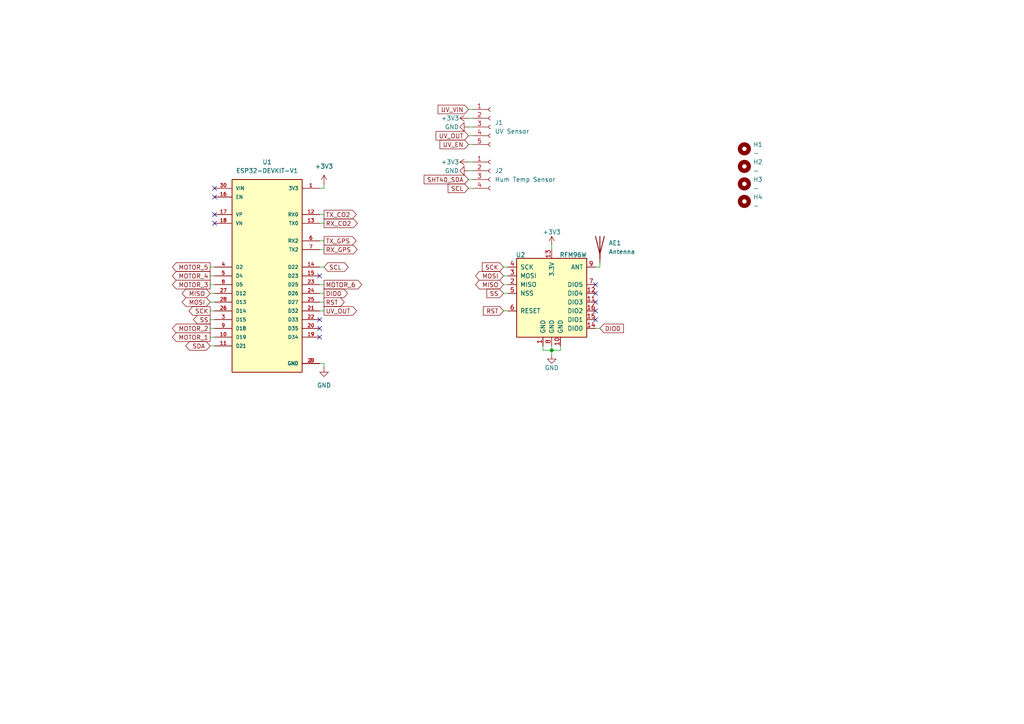
<source format=kicad_sch>
(kicad_sch (version 20231120) (generator "eeschema") (generator_version "8.0")
  (paper "A4")
  (lib_symbols
    (symbol "Connector:Conn_01x04_Socket" (pin_names (offset 1.016) hide)
      (property "Reference" "J" (at 0 5.08 0))
      (property "Value" "Conn_01x04_Socket" (at 0 -7.62 0))
      (symbol "Conn_01x04_Socket_1_1"
        (arc (start 0 -4.572) (mid -0.5058 -5.08) (end 0 -5.588) (stroke (width 0.1524)))
        (arc (start 0 -2.032) (mid -0.5058 -2.54) (end 0 -3.048) (stroke (width 0.1524)))
        (polyline (pts (xy -1.27 -5.08) (xy -0.508 -5.08)) (stroke (width 0.1524)))
        (polyline (pts (xy -1.27 -2.54) (xy -0.508 -2.54)) (stroke (width 0.1524)))
        (polyline (pts (xy -1.27 0) (xy -0.508 0)) (stroke (width 0.1524)))
        (polyline (pts (xy -1.27 2.54) (xy -0.508 2.54)) (stroke (width 0.1524)))
        (arc (start 0 0.508) (mid -0.5058 0) (end 0 -0.508) (stroke (width 0.1524)))
        (arc (start 0 3.048) (mid -0.5058 2.54) (end 0 2.032) (stroke (width 0.1524)))
        (pin passive line (at -5.08 2.54 0) (length 3.81) (name "Pin_1") (number "1"))
        (pin passive line (at -5.08 0 0) (length 3.81) (name "Pin_2") (number "2"))
        (pin passive line (at -5.08 -2.54 0) (length 3.81) (name "Pin_3") (number "3"))
        (pin passive line (at -5.08 -5.08 0) (length 3.81) (name "Pin_4") (number "4"))
      )
    )
    (symbol "Connector:Conn_01x05_Socket" (pin_names (offset 1.016) hide)
      (property "Reference" "J" (at 0 7.62 0))
      (property "Value" "Conn_01x05_Socket" (at 0 -7.62 0))
      (symbol "Conn_01x05_Socket_1_1"
        (arc (start 0 -4.572) (mid -0.5058 -5.08) (end 0 -5.588) (stroke (width 0.1524)))
        (arc (start 0 -2.032) (mid -0.5058 -2.54) (end 0 -3.048) (stroke (width 0.1524)))
        (polyline (pts (xy -1.27 -5.08) (xy -0.508 -5.08)) (stroke (width 0.1524)))
        (polyline (pts (xy -1.27 -2.54) (xy -0.508 -2.54)) (stroke (width 0.1524)))
        (polyline (pts (xy -1.27 0) (xy -0.508 0)) (stroke (width 0.1524)))
        (polyline (pts (xy -1.27 2.54) (xy -0.508 2.54)) (stroke (width 0.1524)))
        (polyline (pts (xy -1.27 5.08) (xy -0.508 5.08)) (stroke (width 0.1524)))
        (arc (start 0 0.508) (mid -0.5058 0) (end 0 -0.508) (stroke (width 0.1524)))
        (arc (start 0 3.048) (mid -0.5058 2.54) (end 0 2.032) (stroke (width 0.1524)))
        (arc (start 0 5.588) (mid -0.5058 5.08) (end 0 4.572) (stroke (width 0.1524)))
        (pin passive line (at -5.08 5.08 0) (length 3.81) (name "Pin_1") (number "1"))
        (pin passive line (at -5.08 2.54 0) (length 3.81) (name "Pin_2") (number "2"))
        (pin passive line (at -5.08 0 0) (length 3.81) (name "Pin_3") (number "3"))
        (pin passive line (at -5.08 -2.54 0) (length 3.81) (name "Pin_4") (number "4"))
        (pin passive line (at -5.08 -5.08 0) (length 3.81) (name "Pin_5") (number "5"))
      )
    )
    (symbol "Device:Antenna" (pin_numbers hide) (pin_names (offset 1.016) hide)
      (property "Reference" "AE" (at -1.905 1.905 0))
      (property "Value" "Antenna" (at -1.905 0 0))
      (symbol "Antenna_0_1"
        (polyline (pts (xy 0 2.54) (xy 0 -3.81)) (stroke (width 0.254)))
        (polyline (pts (xy 1.27 2.54) (xy 0 -2.54) (xy -1.27 2.54)) (stroke (width 0.254)))
      )
      (symbol "Antenna_1_1"
        (pin input line (at 0 -5.08 90) (length 2.54) (name "A") (number "1"))
      )
    )
    (symbol "Libiac_lib:ESP32-DEVKIT-V1" (pin_names (offset 1.016))
      (property "Reference" "U" (at -10.16 30.48 0))
      (property "Value" "ESP32-DEVKIT-V1" (at -10.16 -30.48 0))
      (symbol "ESP32-DEVKIT-V1_0_0"
        (rectangle (start -10.16 27.94) (end 10.16 -27.94) (stroke (width 0.254)) (fill (type background)))
        (pin output line (at 15.24 25.4 180) (length 5.08) (name "3V3") (number "1"))
        (pin bidirectional line (at -15.24 -17.78 0) (length 5.08) (name "D19") (number "10"))
        (pin bidirectional line (at -15.24 -20.32 0) (length 5.08) (name "D21") (number "11"))
        (pin input line (at 15.24 17.78 180) (length 5.08) (name "RX0") (number "12"))
        (pin output line (at 15.24 15.24 180) (length 5.08) (name "TX0") (number "13"))
        (pin bidirectional line (at 15.24 2.54 180) (length 5.08) (name "D22") (number "14"))
        (pin bidirectional line (at 15.24 0 180) (length 5.08) (name "D23") (number "15"))
        (pin input line (at -15.24 22.86 0) (length 5.08) (name "EN") (number "16"))
        (pin bidirectional line (at -15.24 17.78 0) (length 5.08) (name "VP") (number "17"))
        (pin bidirectional line (at -15.24 15.24 0) (length 5.08) (name "VN") (number "18"))
        (pin bidirectional line (at 15.24 -17.78 180) (length 5.08) (name "D34") (number "19"))
        (pin power_in line (at 15.24 -25.4 180) (length 5.08) (name "GND") (number "2"))
        (pin bidirectional line (at 15.24 -15.24 180) (length 5.08) (name "D35") (number "20"))
        (pin bidirectional line (at 15.24 -10.16 180) (length 5.08) (name "D32") (number "21"))
        (pin bidirectional line (at 15.24 -12.7 180) (length 5.08) (name "D33") (number "22"))
        (pin bidirectional line (at 15.24 -2.54 180) (length 5.08) (name "D25") (number "23"))
        (pin bidirectional line (at 15.24 -5.08 180) (length 5.08) (name "D26") (number "24"))
        (pin bidirectional line (at 15.24 -7.62 180) (length 5.08) (name "D27") (number "25"))
        (pin bidirectional line (at -15.24 -10.16 0) (length 5.08) (name "D14") (number "26"))
        (pin bidirectional line (at -15.24 -5.08 0) (length 5.08) (name "D12") (number "27"))
        (pin bidirectional line (at -15.24 -7.62 0) (length 5.08) (name "D13") (number "28"))
        (pin power_in line (at 15.24 -25.4 180) (length 5.08) (name "GND") (number "29"))
        (pin bidirectional line (at -15.24 -12.7 0) (length 5.08) (name "D15") (number "3"))
        (pin input line (at -15.24 25.4 0) (length 5.08) (name "VIN") (number "30"))
        (pin bidirectional line (at -15.24 2.54 0) (length 5.08) (name "D2") (number "4"))
        (pin bidirectional line (at -15.24 0 0) (length 5.08) (name "D4") (number "5"))
        (pin input line (at 15.24 10.16 180) (length 5.08) (name "RX2") (number "6"))
        (pin output line (at 15.24 7.62 180) (length 5.08) (name "TX2") (number "7"))
        (pin bidirectional line (at -15.24 -2.54 0) (length 5.08) (name "D5") (number "8"))
        (pin bidirectional line (at -15.24 -15.24 0) (length 5.08) (name "D18") (number "9"))
      )
    )
    (symbol "Mechanical:MountingHole" (pin_names (offset 1.016)) (exclude_from_sim yes) (in_bom no)
      (property "Reference" "H" (at 0 5.08 0))
      (property "Value" "MountingHole" (at 0 3.175 0))
      (symbol "MountingHole_0_1"
        (circle (center 0 0) (radius 1.27) (stroke (width 1.27)))
      )
    )
    (symbol "RF_Module:RFM96W-433S2" (pin_names (offset 1.016))
      (property "Reference" "U" (at -10.414 11.684 0))
      (property "Value" "RFM96W-433S2" (at 1.524 11.43 0))
      (symbol "RFM96W-433S2_0_1"
        (rectangle (start -10.16 10.16) (end 10.16 -12.7) (stroke (width 0.254)) (fill (type background)))
      )
      (symbol "RFM96W-433S2_1_1"
        (pin power_in line (at -2.54 -15.24 90) (length 2.54) (name "GND") (number "1"))
        (pin power_in line (at 2.54 -15.24 90) (length 2.54) (name "GND") (number "10"))
        (pin bidirectional line (at 12.7 -2.54 180) (length 2.54) (name "DIO3") (number "11"))
        (pin bidirectional line (at 12.7 0 180) (length 2.54) (name "DIO4") (number "12"))
        (pin power_in line (at 0 12.7 270) (length 2.54) (name "3.3V") (number "13"))
        (pin bidirectional line (at 12.7 -10.16 180) (length 2.54) (name "DIO0") (number "14"))
        (pin bidirectional line (at 12.7 -7.62 180) (length 2.54) (name "DIO1") (number "15"))
        (pin bidirectional line (at 12.7 -5.08 180) (length 2.54) (name "DIO2") (number "16"))
        (pin output line (at -12.7 2.54 0) (length 2.54) (name "MISO") (number "2"))
        (pin input line (at -12.7 5.08 0) (length 2.54) (name "MOSI") (number "3"))
        (pin input line (at -12.7 7.62 0) (length 2.54) (name "SCK") (number "4"))
        (pin input line (at -12.7 0 0) (length 2.54) (name "NSS") (number "5"))
        (pin bidirectional line (at -12.7 -5.08 0) (length 2.54) (name "RESET") (number "6"))
        (pin bidirectional line (at 12.7 2.54 180) (length 2.54) (name "DIO5") (number "7"))
        (pin power_in line (at 0 -15.24 90) (length 2.54) (name "GND") (number "8"))
        (pin bidirectional line (at 12.7 7.62 180) (length 2.54) (name "ANT") (number "9"))
      )
    )
    (symbol "power:+3V3" (power) (pin_numbers hide) (pin_names (offset 0) hide)
      (property "Value" "+3V3" (at 0 3.556 0))
      (symbol "+3V3_0_1"
        (polyline (pts (xy -0.762 1.27) (xy 0 2.54)))
        (polyline (pts (xy 0 0) (xy 0 2.54)))
        (polyline (pts (xy 0 2.54) (xy 0.762 1.27)))
      )
      (symbol "+3V3_1_1"
        (pin power_in line (at 0 0 90) (length 0) (name "~") (number "1"))
      )
    )
    (symbol "power:GND" (power) (pin_numbers hide) (pin_names (offset 0) hide)
      (property "Value" "GND" (at 0 -3.81 0))
      (symbol "GND_0_1"
        (polyline (pts (xy 0 0) (xy 0 -1.27) (xy 1.27 -1.27) (xy 0 -2.54) (xy -1.27 -1.27) (xy 0 -1.27)))
      )
      (symbol "GND_1_1"
        (pin power_in line (at 0 0 270) (length 0) (name "~") (number "1"))
      )
    )
  )
  (junction (at 160.02 101.6))
  (no_connect (at 172.72 85.09))
  (no_connect (at 92.71 97.79))
  (no_connect (at 62.23 54.61))
  (no_connect (at 172.72 82.55))
  (no_connect (at 62.23 64.77))
  (no_connect (at 172.72 90.17))
  (no_connect (at 172.72 92.71))
  (no_connect (at 92.71 95.25))
  (no_connect (at 172.72 87.63))
  (no_connect (at 92.71 92.71))
  (no_connect (at 92.71 80.01))
  (no_connect (at 62.23 57.15))
  (no_connect (at 62.23 62.23))
  (wire (pts (xy 135.89 49.53) (xy 137.16 49.53)))
  (wire (pts (xy 146.05 80.01) (xy 147.32 80.01)))
  (wire (pts (xy 60.96 92.71) (xy 62.23 92.71)))
  (wire (pts (xy 135.89 39.37) (xy 137.16 39.37)))
  (wire (pts (xy 60.96 90.17) (xy 62.23 90.17)))
  (wire (pts (xy 146.05 90.17) (xy 147.32 90.17)))
  (wire (pts (xy 93.98 105.41) (xy 93.98 106.68)))
  (wire (pts (xy 60.96 77.47) (xy 62.23 77.47)))
  (wire (pts (xy 60.96 82.55) (xy 62.23 82.55)))
  (wire (pts (xy 135.89 36.83) (xy 137.16 36.83)))
  (wire (pts (xy 160.02 71.12) (xy 160.02 72.39)))
  (wire (pts (xy 160.02 100.33) (xy 160.02 101.6)))
  (wire (pts (xy 92.71 64.77) (xy 93.98 64.77)))
  (wire (pts (xy 60.96 95.25) (xy 62.23 95.25)))
  (wire (pts (xy 173.99 76.2) (xy 173.99 77.47)))
  (wire (pts (xy 160.02 101.6) (xy 160.02 102.87)))
  (wire (pts (xy 92.71 69.85) (xy 93.98 69.85)))
  (wire (pts (xy 92.71 105.41) (xy 93.98 105.41)))
  (wire (pts (xy 60.96 97.79) (xy 62.23 97.79)))
  (wire (pts (xy 60.96 85.09) (xy 62.23 85.09)))
  (wire (pts (xy 92.71 87.63) (xy 93.98 87.63)))
  (wire (pts (xy 135.89 54.61) (xy 137.16 54.61)))
  (wire (pts (xy 60.96 87.63) (xy 62.23 87.63)))
  (wire (pts (xy 173.99 77.47) (xy 172.72 77.47)))
  (wire (pts (xy 135.89 41.91) (xy 137.16 41.91)))
  (wire (pts (xy 135.89 31.75) (xy 137.16 31.75)))
  (wire (pts (xy 92.71 77.47) (xy 93.98 77.47)))
  (wire (pts (xy 92.71 90.17) (xy 93.98 90.17)))
  (wire (pts (xy 60.96 80.01) (xy 62.23 80.01)))
  (wire (pts (xy 160.02 101.6) (xy 162.56 101.6)))
  (wire (pts (xy 135.89 34.29) (xy 137.16 34.29)))
  (wire (pts (xy 146.05 82.55) (xy 147.32 82.55)))
  (wire (pts (xy 135.89 46.99) (xy 137.16 46.99)))
  (wire (pts (xy 92.71 82.55) (xy 93.98 82.55)))
  (wire (pts (xy 157.48 100.33) (xy 157.48 101.6)))
  (wire (pts (xy 92.71 62.23) (xy 93.98 62.23)))
  (wire (pts (xy 162.56 100.33) (xy 162.56 101.6)))
  (wire (pts (xy 146.05 77.47) (xy 147.32 77.47)))
  (wire (pts (xy 135.89 52.07) (xy 137.16 52.07)))
  (wire (pts (xy 60.96 100.33) (xy 62.23 100.33)))
  (wire (pts (xy 146.05 85.09) (xy 147.32 85.09)))
  (wire (pts (xy 92.71 72.39) (xy 93.98 72.39)))
  (wire (pts (xy 93.98 53.34) (xy 93.98 54.61)))
  (wire (pts (xy 172.72 95.25) (xy 173.99 95.25)))
  (wire (pts (xy 93.98 54.61) (xy 92.71 54.61)))
  (wire (pts (xy 92.71 85.09) (xy 93.98 85.09)))
  (wire (pts (xy 157.48 101.6) (xy 160.02 101.6)))
  (global_label "MISO" (shape bidirectional) (at 146.05 82.55 180) (property "Intersheetrefs" "${INTERSHEET_REFS}" (effects (hide yes))))
  (global_label "MOTOR_2" (shape output) (at 60.96 95.25 180) (property "Intersheetrefs" "${INTERSHEET_REFS}" (effects (hide yes))))
  (global_label "SCK" (shape output) (at 60.96 90.17 180) (property "Intersheetrefs" "${INTERSHEET_REFS}" (effects (hide yes))))
  (global_label "RST" (shape input) (at 146.05 90.17 180) (property "Intersheetrefs" "${INTERSHEET_REFS}" (effects (hide yes))))
  (global_label "MOSI" (shape bidirectional) (at 146.05 80.01 180) (property "Intersheetrefs" "${INTERSHEET_REFS}" (effects (hide yes))))
  (global_label "MISO" (shape bidirectional) (at 60.96 85.09 180) (property "Intersheetrefs" "${INTERSHEET_REFS}" (effects (hide yes))))
  (global_label "SS" (shape output) (at 60.96 92.71 180) (property "Intersheetrefs" "${INTERSHEET_REFS}" (effects (hide yes))))
  (global_label "MOTOR_6" (shape output) (at 93.98 82.55 0) (property "Intersheetrefs" "${INTERSHEET_REFS}" (effects (hide yes))))
  (global_label "SDA" (shape bidirectional) (at 60.96 100.33 180) (property "Intersheetrefs" "${INTERSHEET_REFS}" (effects (hide yes))))
  (global_label "SHT40_SDA" (shape input) (at 135.89 52.07 180) (property "Intersheetrefs" "${INTERSHEET_REFS}" (effects (hide yes))))
  (global_label "TX_GPS" (shape output) (at 93.98 69.85 0) (property "Intersheetrefs" "${INTERSHEET_REFS}" (effects (hide yes))))
  (global_label "SCK" (shape input) (at 146.05 77.47 180) (property "Intersheetrefs" "${INTERSHEET_REFS}" (effects (hide yes))))
  (global_label "TX_CO2" (shape output) (at 93.98 62.23 0) (property "Intersheetrefs" "${INTERSHEET_REFS}" (effects (hide yes))))
  (global_label "SS" (shape input) (at 146.05 85.09 180) (property "Intersheetrefs" "${INTERSHEET_REFS}" (effects (hide yes))))
  (global_label "UV_OUT" (shape input) (at 135.89 39.37 180) (property "Intersheetrefs" "${INTERSHEET_REFS}" (effects (hide yes))))
  (global_label "RX_CO2" (shape output) (at 93.98 64.77 0) (property "Intersheetrefs" "${INTERSHEET_REFS}" (effects (hide yes))))
  (global_label "RX_GPS" (shape output) (at 93.98 72.39 0) (property "Intersheetrefs" "${INTERSHEET_REFS}" (effects (hide yes))))
  (global_label "MOTOR_5" (shape output) (at 60.96 77.47 180) (property "Intersheetrefs" "${INTERSHEET_REFS}" (effects (hide yes))))
  (global_label "DIO0" (shape input) (at 173.99 95.25 0) (property "Intersheetrefs" "${INTERSHEET_REFS}" (effects (hide yes))))
  (global_label "MOSI" (shape bidirectional) (at 60.96 87.63 180) (property "Intersheetrefs" "${INTERSHEET_REFS}" (effects (hide yes))))
  (global_label "UV_OUT" (shape output) (at 93.98 90.17 0) (property "Intersheetrefs" "${INTERSHEET_REFS}" (effects (hide yes))))
  (global_label "SCL" (shape input) (at 135.89 54.61 180) (property "Intersheetrefs" "${INTERSHEET_REFS}" (effects (hide yes))))
  (global_label "DIO0" (shape output) (at 93.98 85.09 0) (property "Intersheetrefs" "${INTERSHEET_REFS}" (effects (hide yes))))
  (global_label "UV_VIN" (shape input) (at 135.89 31.75 180) (property "Intersheetrefs" "${INTERSHEET_REFS}" (effects (hide yes))))
  (global_label "MOTOR_4" (shape output) (at 60.96 80.01 180) (property "Intersheetrefs" "${INTERSHEET_REFS}" (effects (hide yes))))
  (global_label "RST" (shape output) (at 93.98 87.63 0) (property "Intersheetrefs" "${INTERSHEET_REFS}" (effects (hide yes))))
  (global_label "UV_EN" (shape input) (at 135.89 41.91 180) (property "Intersheetrefs" "${INTERSHEET_REFS}" (effects (hide yes))))
  (global_label "MOTOR_3" (shape output) (at 60.96 82.55 180) (property "Intersheetrefs" "${INTERSHEET_REFS}" (effects (hide yes))))
  (global_label "SCL" (shape bidirectional) (at 93.98 77.47 0) (property "Intersheetrefs" "${INTERSHEET_REFS}" (effects (hide yes))))
  (global_label "MOTOR_1" (shape output) (at 60.96 97.79 180) (property "Intersheetrefs" "${INTERSHEET_REFS}" (effects (hide yes))))
  (symbol (lib_id "Connector:Conn_01x04_Socket") (at 142.24 49.53 0) (unit 1)
    (property "Reference" "J2" (at 143.51 49.5299 0) (effects (justify left)))
    (property "Value" "Hum Temp Sensor" (at 143.51 52.0699 0) (effects (justify left)))
    (property "Description" "Generic connector, single row, 01x04, script generated" (effects (hide yes)))
  )
  (symbol (lib_id "power:GND") (at 135.89 36.83 270) (unit 1)
    (property "Reference" "#PWR06" (effects (hide yes)))
    (property "Value" "GND" (at 131.064 36.83 90))
    (property "Description" "Power symbol creates a global label with name \"GND\" , ground" (effects (hide yes)))
  )
  (symbol (lib_id "power:GND") (at 135.89 49.53 270) (unit 1)
    (property "Reference" "#PWR08" (effects (hide yes)))
    (property "Value" "GND" (at 131.064 49.53 90))
    (property "Description" "Power symbol creates a global label with name \"GND\" , ground" (effects (hide yes)))
  )
  (symbol (lib_id "Connector:Conn_01x05_Socket") (at 142.24 36.83 0) (unit 1)
    (property "Reference" "J1" (at 143.51 35.5599 0) (effects (justify left)))
    (property "Value" "UV Sensor" (at 143.51 38.0999 0) (effects (justify left)))
    (property "Description" "Generic connector, single row, 01x05, script generated" (effects (hide yes)))
  )
  (symbol (lib_id "power:+3V3") (at 93.98 53.34 0) (unit 1)
    (property "Reference" "#PWR01" (effects (hide yes)))
    (property "Value" "+3V3" (at 93.98 48.26 0))
    (property "Description" "Power symbol creates a global label with name \"+3V3\"" (effects (hide yes)))
  )
  (symbol (lib_id "Mechanical:MountingHole") (at 215.9 53.34 0) (unit 1) (exclude_from_sim yes) (in_bom no)
    (property "Reference" "H3" (at 218.44 52.0699 0) (effects (justify left)))
    (property "Value" "-" (at 218.44 54.6099 0) (effects (justify left)))
    (property "Footprint" "MountingHole:MountingHole_3.2mm_M3_ISO14580" (effects (hide yes)))
    (property "Description" "Mounting Hole without connection" (effects (hide yes)))
  )
  (symbol (lib_id "Mechanical:MountingHole") (at 215.9 43.18 0) (unit 1) (exclude_from_sim yes) (in_bom no)
    (property "Reference" "H1" (at 218.44 41.9099 0) (effects (justify left)))
    (property "Value" "-" (at 218.44 44.4499 0) (effects (justify left)))
    (property "Footprint" "MountingHole:MountingHole_3.2mm_M3_ISO14580" (effects (hide yes)))
    (property "Description" "Mounting Hole without connection" (effects (hide yes)))
  )
  (symbol (lib_id "power:GND") (at 160.02 102.87 0) (unit 1)
    (property "Reference" "#PWR04" (effects (hide yes)))
    (property "Value" "GND" (at 160.02 106.68 0))
    (property "Description" "Power symbol creates a global label with name \"GND\" , ground" (effects (hide yes)))
  )
  (symbol (lib_id "power:+3V3") (at 160.02 71.12 0) (unit 1)
    (property "Reference" "#PWR03" (effects (hide yes)))
    (property "Value" "+3V3" (at 160.02 67.31 0))
    (property "Description" "Power symbol creates a global label with name \"+3V3\"" (effects (hide yes)))
  )
  (symbol (lib_id "Mechanical:MountingHole") (at 215.9 58.42 0) (unit 1) (exclude_from_sim yes) (in_bom no)
    (property "Reference" "H4" (at 218.44 57.1499 0) (effects (justify left)))
    (property "Value" "-" (at 218.44 59.6899 0) (effects (justify left)))
    (property "Footprint" "MountingHole:MountingHole_3.2mm_M3_ISO14580" (effects (hide yes)))
    (property "Description" "Mounting Hole without connection" (effects (hide yes)))
  )
  (symbol (lib_id "power:GND") (at 93.98 106.68 0) (unit 1)
    (property "Reference" "#PWR02" (effects (hide yes)))
    (property "Value" "GND" (at 93.98 111.76 0))
    (property "Description" "Power symbol creates a global label with name \"GND\" , ground" (effects (hide yes)))
  )
  (symbol (lib_id "Libiac_lib:ESP32-DEVKIT-V1") (at 77.47 80.01 0) (unit 1)
    (property "Reference" "U1" (at 77.47 46.99 0))
    (property "Value" "ESP32-DEVKIT-V1" (at 77.47 49.53 0))
    (property "Footprint" "Libiac_lib:MODULE_ESP32_DEVKIT_V1" (effects (hide yes)))
    (property "MF" "Do it" (effects (hide yes)))
    (property "MAXIMUM_PACKAGE_HEIGHT" "6.8 mm" (effects (hide yes)))
    (property "Package" "None" (effects (hide yes)))
    (property "Price" "None" (effects (hide yes)))
    (property "Check_prices" "https://www.snapeda.com/parts/ESP32-DEVKIT-V1/Do+it/view-part/?ref=eda" (effects (hide yes)))
    (property "STANDARD" "Manufacturer Recommendations" (effects (hide yes)))
    (property "PARTREV" "N/A" (effects (hide yes)))
    (property "SnapEDA_Link" "https://www.snapeda.com/parts/ESP32-DEVKIT-V1/Do+it/view-part/?ref=snap" (effects (hide yes)))
    (property "MP" "ESP32-DEVKIT-V1" (effects (hide yes)))
    (property "Description_1" "\n                        \n                            Dual core, Wi-Fi: 2.4 GHz up to 150 Mbits/s,BLE (Bluetooth Low Energy) and legacy Bluetooth, 32 bits, Up to 240 MHz\n                        \n" (effects (hide yes)))
    (property "Availability" "Not in stock" (effects (hide yes)))
    (property "MANUFACTURER" "DOIT" (effects (hide yes)))
  )
  (symbol (lib_id "power:+3V3") (at 135.89 34.29 90) (unit 1)
    (property "Reference" "#PWR05" (effects (hide yes)))
    (property "Value" "+3V3" (at 130.556 34.29 90))
    (property "Description" "Power symbol creates a global label with name \"+3V3\"" (effects (hide yes)))
  )
  (symbol (lib_id "RF_Module:RFM96W-433S2") (at 160.02 85.09 0) (unit 1)
    (property "Reference" "U2" (at 149.606 73.914 0) (effects (justify left)))
    (property "Value" "RFM96W" (at 162.306 73.914 0) (effects (justify left)))
    (property "Footprint" "RF_Module:HOPERF_RFM9XW_SMD" (effects (hide yes)))
    (property "Datasheet" "https://www.hoperf.com/data/upload/portal/20181127/5bfcc0ac60235.pdf" (effects (hide yes)))
    (property "Description" "Low power long range transceiver module, SPI and parallel interface, 433 MHz, spreading factor 6 to12, bandwidth 7.8 to 500kHz, -111 to -148 dBm, SMD-16, DIP-16" (effects (hide yes)))
  )
  (symbol (lib_id "Device:Antenna") (at 173.99 71.12 0) (unit 1)
    (property "Reference" "AE1" (at 176.53 70.4849 0) (effects (justify left)))
    (property "Value" "Antenna" (at 176.53 73.0249 0) (effects (justify left)))
    (property "Footprint" "Connector_Pin:Pin_D0.7mm_L6.5mm_W1.8mm_FlatFork" (effects (hide yes)))
    (property "Description" "Antenna" (effects (hide yes)))
  )
  (symbol (lib_id "Mechanical:MountingHole") (at 215.9 48.26 0) (unit 1) (exclude_from_sim yes) (in_bom no)
    (property "Reference" "H2" (at 218.44 46.9899 0) (effects (justify left)))
    (property "Value" "-" (at 218.44 49.5299 0) (effects (justify left)))
    (property "Footprint" "MountingHole:MountingHole_3.2mm_M3_ISO14580" (effects (hide yes)))
    (property "Description" "Mounting Hole without connection" (effects (hide yes)))
  )
  (symbol (lib_id "power:+3V3") (at 135.89 46.99 90) (unit 1)
    (property "Reference" "#PWR07" (effects (hide yes)))
    (property "Value" "+3V3" (at 130.556 46.99 90))
    (property "Description" "Power symbol creates a global label with name \"+3V3\"" (effects (hide yes)))
  )
)
</source>
